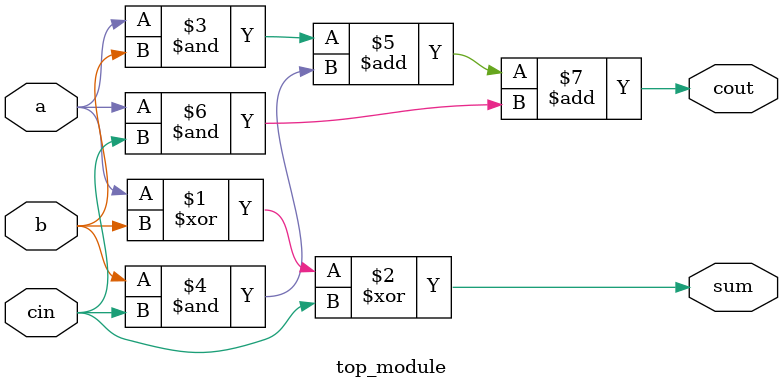
<source format=v>
module top_module( 
    input a, b, cin,
    output cout, sum );
    assign sum=a^b^cin;
    assign cout=(a&b)+(b&cin)+(a&cin);
endmodule

</source>
